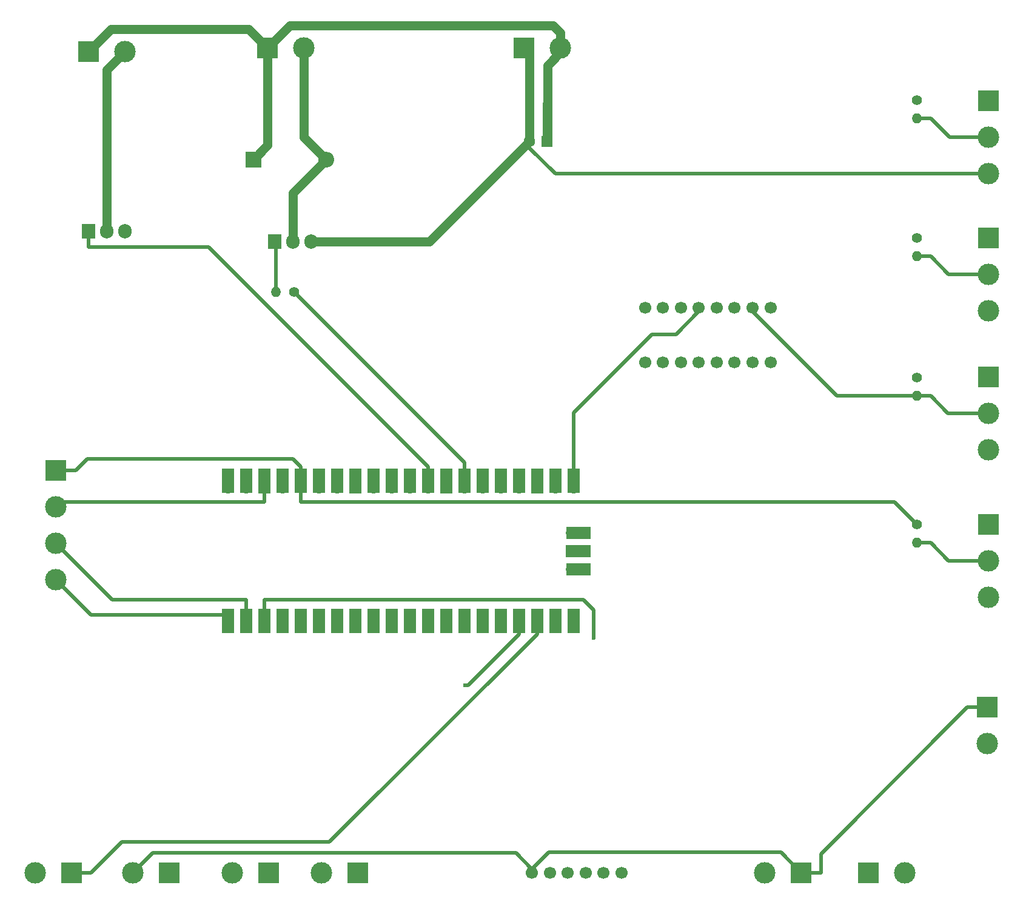
<source format=gbr>
%TF.GenerationSoftware,KiCad,Pcbnew,8.0.1*%
%TF.CreationDate,2024-04-17T15:42:03-07:00*%
%TF.ProjectId,LuliHydroponics,4c756c69-4879-4647-926f-706f6e696373,rev?*%
%TF.SameCoordinates,Original*%
%TF.FileFunction,Copper,L1,Top*%
%TF.FilePolarity,Positive*%
%FSLAX46Y46*%
G04 Gerber Fmt 4.6, Leading zero omitted, Abs format (unit mm)*
G04 Created by KiCad (PCBNEW 8.0.1) date 2024-04-17 15:42:03*
%MOMM*%
%LPD*%
G01*
G04 APERTURE LIST*
%TA.AperFunction,ComponentPad*%
%ADD10C,3.000000*%
%TD*%
%TA.AperFunction,ComponentPad*%
%ADD11R,3.000000X3.000000*%
%TD*%
%TA.AperFunction,ComponentPad*%
%ADD12C,1.700000*%
%TD*%
%TA.AperFunction,ComponentPad*%
%ADD13C,1.400000*%
%TD*%
%TA.AperFunction,ComponentPad*%
%ADD14O,1.400000X1.400000*%
%TD*%
%TA.AperFunction,ComponentPad*%
%ADD15R,1.905000X2.000000*%
%TD*%
%TA.AperFunction,ComponentPad*%
%ADD16O,1.905000X2.000000*%
%TD*%
%TA.AperFunction,SMDPad,CuDef*%
%ADD17R,3.500000X1.700000*%
%TD*%
%TA.AperFunction,ComponentPad*%
%ADD18O,1.700000X1.700000*%
%TD*%
%TA.AperFunction,ComponentPad*%
%ADD19R,1.700000X1.700000*%
%TD*%
%TA.AperFunction,SMDPad,CuDef*%
%ADD20R,1.700000X3.500000*%
%TD*%
%TA.AperFunction,ComponentPad*%
%ADD21O,2.200000X2.200000*%
%TD*%
%TA.AperFunction,ComponentPad*%
%ADD22R,2.200000X2.200000*%
%TD*%
%TA.AperFunction,ComponentPad*%
%ADD23C,1.600000*%
%TD*%
%TA.AperFunction,ComponentPad*%
%ADD24R,1.600000X1.600000*%
%TD*%
%TA.AperFunction,ViaPad*%
%ADD25C,0.600000*%
%TD*%
%TA.AperFunction,Conductor*%
%ADD26C,0.508000*%
%TD*%
%TA.AperFunction,Conductor*%
%ADD27C,1.270000*%
%TD*%
G04 APERTURE END LIST*
D10*
%TO.P,J10,4,Pin_4*%
%TO.N,Net-(J10-Pin_4)*%
X38000000Y-104160000D03*
%TO.P,J10,3,Pin_3*%
%TO.N,Net-(J10-Pin_3)*%
X38000000Y-99080000D03*
%TO.P,J10,2,Pin_2*%
%TO.N,GND*%
X38000000Y-94000000D03*
D11*
%TO.P,J10,1,Pin_1*%
%TO.N,/3V3*%
X38000000Y-88920000D03*
%TD*%
D10*
%TO.P,J9,2,Pin_2*%
%TO.N,GND*%
X168000000Y-127000000D03*
D11*
%TO.P,J9,1,Pin_1*%
%TO.N,/5V*%
X168000000Y-121920000D03*
%TD*%
D12*
%TO.P,U9,6,Vin*%
%TO.N,/5V*%
X104460000Y-145000000D03*
%TO.P,U9,5,GND*%
%TO.N,Net-(U1-AGND)*%
X106960000Y-145000000D03*
%TO.P,U9,4,GND*%
%TO.N,Net-(U1-GND-Pad3)*%
X109460000Y-145000000D03*
%TO.P,U9,3,Po*%
%TO.N,Net-(U1-GPIO26_ADC0)*%
X111960000Y-145000000D03*
%TO.P,U9,2,Do*%
%TO.N,unconnected-(U9-Do-Pad2)*%
X114460000Y-145000000D03*
%TO.P,U9,1,To*%
%TO.N,unconnected-(U9-To-Pad1)*%
X116960000Y-145000000D03*
%TD*%
D10*
%TO.P,J8,2,Pin_2*%
%TO.N,GND*%
X156540000Y-145000000D03*
D11*
%TO.P,J8,1,Pin_1*%
%TO.N,Net-(J8-Pin_1)*%
X151460000Y-145000000D03*
%TD*%
D10*
%TO.P,U4,3,GND*%
%TO.N,GND*%
X168160000Y-66580000D03*
%TO.P,U4,2,DATA*%
%TO.N,Net-(U2-I1)*%
X168160000Y-61500000D03*
D11*
%TO.P,U4,1,VDD*%
%TO.N,/3V3*%
X168160000Y-56420000D03*
%TD*%
D10*
%TO.P,J3,2,Pin_2*%
%TO.N,Net-(J3-Pin_2)*%
X75080000Y-145000000D03*
D11*
%TO.P,J3,1,Pin_1*%
%TO.N,Net-(J3-Pin_1)*%
X80160000Y-145000000D03*
%TD*%
D13*
%TO.P,R1,1*%
%TO.N,Net-(U1-GPIO21)*%
X71220000Y-64000000D03*
D14*
%TO.P,R1,2*%
%TO.N,Net-(Q1-G)*%
X68680000Y-64000000D03*
%TD*%
D11*
%TO.P,J5,1,Pin_1*%
%TO.N,Net-(J5-Pin_1)*%
X53825000Y-145000000D03*
D10*
%TO.P,J5,2,Pin_2*%
%TO.N,/5V*%
X48745000Y-145000000D03*
%TD*%
%TO.P,J1,2,Pin_2*%
%TO.N,Net-(D13-K)*%
X47620000Y-30500000D03*
D11*
%TO.P,J1,1,Pin_1*%
%TO.N,VCC*%
X42540000Y-30500000D03*
%TD*%
D15*
%TO.P,Q1,1,G*%
%TO.N,Net-(Q1-G)*%
X68500000Y-57000000D03*
D16*
%TO.P,Q1,2,D*%
%TO.N,Net-(D1-A)*%
X71040000Y-57000000D03*
%TO.P,Q1,3,S*%
%TO.N,GND*%
X73580000Y-57000000D03*
%TD*%
D10*
%TO.P,U6,3,GND*%
%TO.N,GND*%
X168160000Y-106580000D03*
%TO.P,U6,2,DATA*%
%TO.N,Net-(U2-I3)*%
X168160000Y-101500000D03*
D11*
%TO.P,U6,1,VDD*%
%TO.N,/3V3*%
X168160000Y-96420000D03*
%TD*%
D10*
%TO.P,J4,2,Pin_2*%
%TO.N,Net-(J4-Pin_2)*%
X62580000Y-145000000D03*
D11*
%TO.P,J4,1,Pin_1*%
%TO.N,Net-(J4-Pin_1)*%
X67660000Y-145000000D03*
%TD*%
D10*
%TO.P,U3,3,GND*%
%TO.N,GND*%
X168160000Y-47500000D03*
%TO.P,U3,2,DATA*%
%TO.N,Net-(U2-I0)*%
X168160000Y-42420000D03*
D11*
%TO.P,U3,1,VDD*%
%TO.N,/3V3*%
X168160000Y-37340000D03*
%TD*%
D10*
%TO.P,J2,2,Pin_2*%
%TO.N,VCC*%
X108410000Y-30000000D03*
D11*
%TO.P,J2,1,Pin_1*%
%TO.N,GND*%
X103330000Y-30000000D03*
%TD*%
D17*
%TO.P,U1,43,SWDIO*%
%TO.N,unconnected-(U1-SWDIO-Pad43)*%
X110910000Y-97570000D03*
D18*
X110010000Y-97570000D03*
D17*
%TO.P,U1,42,GND*%
%TO.N,unconnected-(U1-GND-Pad42)*%
X110910000Y-100110000D03*
D19*
X110010000Y-100110000D03*
D17*
%TO.P,U1,41,SWCLK*%
%TO.N,unconnected-(U1-SWCLK-Pad41)*%
X110910000Y-102650000D03*
D18*
X110010000Y-102650000D03*
D20*
%TO.P,U1,40,VBUS*%
%TO.N,unconnected-(U1-VBUS-Pad40)*%
X61980000Y-90320000D03*
D18*
X61980000Y-91220000D03*
D20*
%TO.P,U1,39,VSYS*%
%TO.N,/5V*%
X64520000Y-90320000D03*
D18*
X64520000Y-91220000D03*
D20*
%TO.P,U1,38,GND*%
%TO.N,GND*%
X67060000Y-90320000D03*
D19*
X67060000Y-91220000D03*
D20*
%TO.P,U1,37,3V3_EN*%
%TO.N,unconnected-(U1-3V3_EN-Pad37)*%
X69600000Y-90320000D03*
D18*
X69600000Y-91220000D03*
D20*
%TO.P,U1,36,3V3*%
%TO.N,/3V3*%
X72140000Y-90320000D03*
D18*
X72140000Y-91220000D03*
D20*
%TO.P,U1,35,ADC_VREF*%
%TO.N,unconnected-(U1-ADC_VREF-Pad35)*%
X74680000Y-90320000D03*
D18*
X74680000Y-91220000D03*
D20*
%TO.P,U1,34,GPIO28_ADC2*%
%TO.N,unconnected-(U1-GPIO28_ADC2-Pad34)*%
X77220000Y-90320000D03*
D18*
X77220000Y-91220000D03*
D20*
%TO.P,U1,33,AGND*%
%TO.N,Net-(U1-AGND)*%
X79760000Y-90320000D03*
D19*
X79760000Y-91220000D03*
D20*
%TO.P,U1,32,GPIO27_ADC1*%
%TO.N,unconnected-(U1-GPIO27_ADC1-Pad32)*%
X82300000Y-90320000D03*
D18*
X82300000Y-91220000D03*
D20*
%TO.P,U1,31,GPIO26_ADC0*%
%TO.N,Net-(U1-GPIO26_ADC0)*%
X84840000Y-90320000D03*
D18*
X84840000Y-91220000D03*
D20*
%TO.P,U1,30,RUN*%
%TO.N,unconnected-(U1-RUN-Pad30)*%
X87380000Y-90320000D03*
D18*
X87380000Y-91220000D03*
D20*
%TO.P,U1,29,GPIO22*%
%TO.N,Net-(Q2-G)*%
X89920000Y-90320000D03*
D18*
X89920000Y-91220000D03*
D20*
%TO.P,U1,28,GND*%
%TO.N,Net-(U2-GND)*%
X92460000Y-90320000D03*
D19*
X92460000Y-91220000D03*
D20*
%TO.P,U1,27,GPIO21*%
%TO.N,Net-(U1-GPIO21)*%
X95000000Y-90320000D03*
D18*
X95000000Y-91220000D03*
D20*
%TO.P,U1,26,GPIO20*%
%TO.N,Net-(U1-GPIO20)*%
X97540000Y-90320000D03*
D18*
X97540000Y-91220000D03*
D20*
%TO.P,U1,25,GPIO19*%
%TO.N,Net-(U1-GPIO19)*%
X100080000Y-90320000D03*
D18*
X100080000Y-91220000D03*
D20*
%TO.P,U1,24,GPIO18*%
%TO.N,Net-(U1-GPIO18)*%
X102620000Y-90320000D03*
D18*
X102620000Y-91220000D03*
D20*
%TO.P,U1,23,GND*%
%TO.N,unconnected-(U1-GND-Pad23)*%
X105160000Y-90320000D03*
D19*
X105160000Y-91220000D03*
D20*
%TO.P,U1,22,GPIO17*%
%TO.N,Net-(J7-Pin_2)*%
X107700000Y-90320000D03*
D18*
X107700000Y-91220000D03*
D20*
%TO.P,U1,21,GPIO16*%
%TO.N,Net-(U1-GPIO16)*%
X110240000Y-90320000D03*
D18*
X110240000Y-91220000D03*
D20*
%TO.P,U1,20,GPIO15*%
%TO.N,Net-(J3-Pin_2)*%
X110240000Y-109900000D03*
D18*
X110240000Y-109000000D03*
D20*
%TO.P,U1,19,GPIO14*%
%TO.N,Net-(J4-Pin_1)*%
X107700000Y-109900000D03*
D18*
X107700000Y-109000000D03*
D20*
%TO.P,U1,18,GND*%
%TO.N,Net-(J6-Pin_1)*%
X105160000Y-109900000D03*
D19*
X105160000Y-109000000D03*
D20*
%TO.P,U1,17,GPIO13*%
%TO.N,Net-(J3-Pin_1)*%
X102620000Y-109900000D03*
D18*
X102620000Y-109000000D03*
D20*
%TO.P,U1,16,GPIO12*%
%TO.N,unconnected-(U1-GPIO12-Pad16)*%
X100080000Y-109900000D03*
D18*
X100080000Y-109000000D03*
D20*
%TO.P,U1,15,GPIO11*%
%TO.N,Net-(J4-Pin_2)*%
X97540000Y-109900000D03*
D18*
X97540000Y-109000000D03*
D20*
%TO.P,U1,14,GPIO10*%
%TO.N,Net-(J5-Pin_1)*%
X95000000Y-109900000D03*
D18*
X95000000Y-109000000D03*
D20*
%TO.P,U1,13,GND*%
%TO.N,unconnected-(U1-GND-Pad13)*%
X92460000Y-109900000D03*
D19*
X92460000Y-109000000D03*
D20*
%TO.P,U1,12,GPIO9*%
%TO.N,unconnected-(U1-GPIO9-Pad12)*%
X89920000Y-109900000D03*
D18*
X89920000Y-109000000D03*
D20*
%TO.P,U1,11,GPIO8*%
%TO.N,unconnected-(U1-GPIO8-Pad11)*%
X87380000Y-109900000D03*
D18*
X87380000Y-109000000D03*
D20*
%TO.P,U1,10,GPIO7*%
%TO.N,unconnected-(U1-GPIO7-Pad10)*%
X84840000Y-109900000D03*
D18*
X84840000Y-109000000D03*
D20*
%TO.P,U1,9,GPIO6*%
%TO.N,unconnected-(U1-GPIO6-Pad9)*%
X82300000Y-109900000D03*
D18*
X82300000Y-109000000D03*
D20*
%TO.P,U1,8,GND*%
%TO.N,unconnected-(U1-GND-Pad8)*%
X79760000Y-109900000D03*
D19*
X79760000Y-109000000D03*
D20*
%TO.P,U1,7,GPIO5*%
%TO.N,unconnected-(U1-GPIO5-Pad7)*%
X77220000Y-109900000D03*
D18*
X77220000Y-109000000D03*
D20*
%TO.P,U1,6,GPIO4*%
%TO.N,unconnected-(U1-GPIO4-Pad6)*%
X74680000Y-109900000D03*
D18*
X74680000Y-109000000D03*
D20*
%TO.P,U1,5,GPIO3*%
%TO.N,unconnected-(U1-GPIO3-Pad5)*%
X72140000Y-109900000D03*
D18*
X72140000Y-109000000D03*
D20*
%TO.P,U1,4,GPIO2*%
%TO.N,unconnected-(U1-GPIO2-Pad4)*%
X69600000Y-109900000D03*
D18*
X69600000Y-109000000D03*
D20*
%TO.P,U1,3,GND*%
%TO.N,Net-(U1-GND-Pad3)*%
X67060000Y-109900000D03*
D19*
X67060000Y-109000000D03*
D20*
%TO.P,U1,2,GPIO1*%
%TO.N,Net-(J10-Pin_3)*%
X64520000Y-109900000D03*
D18*
X64520000Y-109000000D03*
D20*
%TO.P,U1,1,GPIO0*%
%TO.N,Net-(J10-Pin_4)*%
X61980000Y-109900000D03*
D18*
X61980000Y-109000000D03*
%TD*%
D14*
%TO.P,R3,2*%
%TO.N,Net-(U2-I1)*%
X158160000Y-59000000D03*
D13*
%TO.P,R3,1*%
%TO.N,/3V3*%
X158160000Y-56460000D03*
%TD*%
D10*
%TO.P,J7,2,Pin_2*%
%TO.N,Net-(J7-Pin_2)*%
X136960000Y-145000000D03*
D11*
%TO.P,J7,1,Pin_1*%
%TO.N,/5V*%
X142040000Y-145000000D03*
%TD*%
D14*
%TO.P,R4,2*%
%TO.N,Net-(U2-I2)*%
X158160000Y-78500000D03*
D13*
%TO.P,R4,1*%
%TO.N,/3V3*%
X158160000Y-75960000D03*
%TD*%
%TO.P,R5,1*%
%TO.N,/3V3*%
X158160000Y-96460000D03*
D14*
%TO.P,R5,2*%
%TO.N,Net-(U2-I3)*%
X158160000Y-99000000D03*
%TD*%
D12*
%TO.P,U2,16,VCC*%
%TO.N,/5V*%
X137750000Y-73810000D03*
%TO.P,U2,15,I4*%
%TO.N,Net-(J8-Pin_1)*%
X135250000Y-73810000D03*
%TO.P,U2,14,I5*%
%TO.N,unconnected-(U2-I5-Pad14)*%
X132750000Y-73810000D03*
%TO.P,U2,13,I6*%
%TO.N,unconnected-(U2-I6-Pad13)*%
X130250000Y-73810000D03*
%TO.P,U2,12,I7*%
%TO.N,unconnected-(U2-I7-Pad12)*%
X127750000Y-73810000D03*
%TO.P,U2,11,S0*%
%TO.N,Net-(U1-GPIO18)*%
X125250000Y-73810000D03*
%TO.P,U2,10,S1*%
%TO.N,Net-(U1-GPIO19)*%
X122750000Y-73810000D03*
%TO.P,U2,9,S2*%
%TO.N,Net-(U1-GPIO20)*%
X120250000Y-73810000D03*
%TO.P,U2,8,GND*%
%TO.N,Net-(U2-GND)*%
X120250000Y-66190000D03*
%TO.P,U2,7,~{E}*%
%TO.N,unconnected-(U2-~{E}-Pad7)*%
X122750000Y-66190000D03*
%TO.P,U2,6,~{Z}*%
%TO.N,unconnected-(U2-~{Z}-Pad6)*%
X125250000Y-66190000D03*
%TO.P,U2,5,Z*%
%TO.N,Net-(U1-GPIO16)*%
X127750000Y-66190000D03*
%TO.P,U2,4,I0*%
%TO.N,Net-(U2-I0)*%
X130250000Y-66190000D03*
%TO.P,U2,3,I1*%
%TO.N,Net-(U2-I1)*%
X132750000Y-66190000D03*
%TO.P,U2,2,I2*%
%TO.N,Net-(U2-I2)*%
X135250000Y-66190000D03*
%TO.P,U2,1,I3*%
%TO.N,Net-(U2-I3)*%
X137750000Y-66190000D03*
%TD*%
D11*
%TO.P,J6,1,Pin_1*%
%TO.N,Net-(J6-Pin_1)*%
X40160000Y-145000000D03*
D10*
%TO.P,J6,2,Pin_2*%
%TO.N,unconnected-(J6-Pin_2-Pad2)*%
X35080000Y-145000000D03*
%TD*%
%TO.P,M1,2,-*%
%TO.N,Net-(D1-A)*%
X72620000Y-30000000D03*
D11*
%TO.P,M1,1,+*%
%TO.N,VCC*%
X67540000Y-30000000D03*
%TD*%
D16*
%TO.P,Q2,3,S*%
%TO.N,GND*%
X47660000Y-55500000D03*
%TO.P,Q2,2,D*%
%TO.N,Net-(D13-K)*%
X45120000Y-55500000D03*
D15*
%TO.P,Q2,1,G*%
%TO.N,Net-(Q2-G)*%
X42580000Y-55500000D03*
%TD*%
D21*
%TO.P,D1,2,A*%
%TO.N,Net-(D1-A)*%
X75740000Y-45500000D03*
D22*
%TO.P,D1,1,K*%
%TO.N,VCC*%
X65580000Y-45500000D03*
%TD*%
D14*
%TO.P,R2,2*%
%TO.N,Net-(U2-I0)*%
X158160000Y-39780000D03*
D13*
%TO.P,R2,1*%
%TO.N,/3V3*%
X158160000Y-37240000D03*
%TD*%
D23*
%TO.P,C1,2*%
%TO.N,GND*%
X104080000Y-43000000D03*
D24*
%TO.P,C1,1*%
%TO.N,VCC*%
X106580000Y-43000000D03*
%TD*%
D10*
%TO.P,U5,3,GND*%
%TO.N,GND*%
X168160000Y-86000000D03*
%TO.P,U5,2,DATA*%
%TO.N,Net-(U2-I2)*%
X168160000Y-80920000D03*
D11*
%TO.P,U5,1,VDD*%
%TO.N,/3V3*%
X168160000Y-75840000D03*
%TD*%
D25*
%TO.N,Net-(U1-GND-Pad3)*%
X113079900Y-112222100D03*
%TO.N,Net-(J3-Pin_1)*%
X95117900Y-118832300D03*
%TD*%
D26*
%TO.N,Net-(J10-Pin_3)*%
X45814300Y-106894300D02*
X38000000Y-99080000D01*
X64520000Y-106894300D02*
X45814300Y-106894300D01*
X64520000Y-109000000D02*
X64520000Y-106894300D01*
%TO.N,/3V3*%
X42361400Y-87314300D02*
X40755700Y-88920000D01*
X71040400Y-87314300D02*
X42361400Y-87314300D01*
X72140000Y-88413900D02*
X71040400Y-87314300D01*
X72140000Y-91220000D02*
X72140000Y-88413900D01*
X38000000Y-88920000D02*
X40755700Y-88920000D01*
X155025700Y-93325700D02*
X72140000Y-93325700D01*
X158160000Y-96460000D02*
X155025700Y-93325700D01*
X72140000Y-91220000D02*
X72140000Y-93325700D01*
%TO.N,/5V*%
X104460000Y-145000000D02*
X104460000Y-144487700D01*
X139218200Y-142178200D02*
X142040000Y-145000000D01*
X106769500Y-142178200D02*
X139218200Y-142178200D01*
X104460000Y-144487700D02*
X106769500Y-142178200D01*
X51500700Y-142244300D02*
X48745000Y-145000000D01*
X102216600Y-142244300D02*
X51500700Y-142244300D01*
X104460000Y-144487700D02*
X102216600Y-142244300D01*
X144795700Y-142368600D02*
X144795700Y-145000000D01*
X165244300Y-121920000D02*
X144795700Y-142368600D01*
X168000000Y-121920000D02*
X165244300Y-121920000D01*
X142040000Y-145000000D02*
X144795700Y-145000000D01*
%TO.N,Net-(J10-Pin_4)*%
X42840000Y-109000000D02*
X38000000Y-104160000D01*
X61980000Y-109000000D02*
X42840000Y-109000000D01*
%TO.N,Net-(U1-GND-Pad3)*%
X113079900Y-108355100D02*
X113079900Y-112222100D01*
X111619100Y-106894300D02*
X113079900Y-108355100D01*
X67060000Y-106894300D02*
X111619100Y-106894300D01*
X67060000Y-109000000D02*
X67060000Y-106894300D01*
%TO.N,Net-(U1-GPIO16)*%
X110240000Y-80825500D02*
X110240000Y-91220000D01*
X121181400Y-69884100D02*
X110240000Y-80825500D01*
X124581900Y-69884100D02*
X121181400Y-69884100D01*
X127750000Y-66716000D02*
X124581900Y-69884100D01*
X127750000Y-66190000D02*
X127750000Y-66716000D01*
%TO.N,Net-(U2-I3)*%
X162615700Y-101500000D02*
X168160000Y-101500000D01*
X160115700Y-99000000D02*
X162615700Y-101500000D01*
X158160000Y-99000000D02*
X160115700Y-99000000D01*
%TO.N,Net-(U2-I2)*%
X162535700Y-80920000D02*
X168160000Y-80920000D01*
X160115700Y-78500000D02*
X162535700Y-80920000D01*
X158160000Y-78500000D02*
X160115700Y-78500000D01*
X147034000Y-78500000D02*
X158160000Y-78500000D01*
X135250000Y-66716000D02*
X147034000Y-78500000D01*
X135250000Y-66190000D02*
X135250000Y-66716000D01*
%TO.N,Net-(U2-I1)*%
X162615700Y-61500000D02*
X168160000Y-61500000D01*
X160115700Y-59000000D02*
X162615700Y-61500000D01*
X158160000Y-59000000D02*
X160115700Y-59000000D01*
%TO.N,Net-(U2-I0)*%
X162755700Y-42420000D02*
X168160000Y-42420000D01*
X160115700Y-39780000D02*
X162755700Y-42420000D01*
X158160000Y-39780000D02*
X160115700Y-39780000D01*
%TO.N,Net-(U1-GPIO21)*%
X95000000Y-87780000D02*
X71220000Y-64000000D01*
X95000000Y-91220000D02*
X95000000Y-87780000D01*
%TO.N,Net-(Q2-G)*%
X89920000Y-88410900D02*
X89920000Y-91220000D01*
X59264800Y-57755700D02*
X89920000Y-88410900D01*
X42580000Y-57755700D02*
X59264800Y-57755700D01*
X42580000Y-55500000D02*
X42580000Y-57755700D01*
%TO.N,Net-(J6-Pin_1)*%
X40160000Y-145000000D02*
X42915700Y-145000000D01*
X47181100Y-140734600D02*
X42915700Y-145000000D01*
X76161900Y-140734600D02*
X47181100Y-140734600D01*
X105160000Y-111736500D02*
X76161900Y-140734600D01*
X105160000Y-109000000D02*
X105160000Y-111736500D01*
%TO.N,Net-(J3-Pin_1)*%
X95523500Y-118832300D02*
X95117900Y-118832300D01*
X102620000Y-111735800D02*
X95523500Y-118832300D01*
X102620000Y-109000000D02*
X102620000Y-111735800D01*
%TO.N,GND*%
X38674300Y-93325700D02*
X38000000Y-94000000D01*
X67060000Y-93325700D02*
X38674300Y-93325700D01*
X67060000Y-91220000D02*
X67060000Y-93325700D01*
X104080000Y-43886800D02*
X104080000Y-43000000D01*
X107693200Y-47500000D02*
X104080000Y-43886800D01*
X168160000Y-47500000D02*
X107693200Y-47500000D01*
D27*
%TO.N,VCC*%
X106580000Y-37727500D02*
X106580000Y-43000000D01*
X106615000Y-37692500D02*
X106580000Y-37727500D01*
D26*
%TO.N,Net-(Q1-G)*%
X68680000Y-64000000D02*
X68680000Y-57180000D01*
X68680000Y-57180000D02*
X68500000Y-57000000D01*
D27*
%TO.N,Net-(D1-A)*%
X71040000Y-57000000D02*
X71040000Y-50200000D01*
X71040000Y-50200000D02*
X75740000Y-45500000D01*
%TO.N,GND*%
X73580000Y-57000000D02*
X90080000Y-57000000D01*
X90080000Y-57000000D02*
X104080000Y-43000000D01*
%TO.N,VCC*%
X108410000Y-30000000D02*
X108410000Y-30590000D01*
X108410000Y-30590000D02*
X106615000Y-32385000D01*
X106615000Y-32385000D02*
X106615000Y-43000000D01*
%TO.N,GND*%
X104080000Y-43000000D02*
X104080000Y-30750000D01*
D26*
X104080000Y-30750000D02*
X103330000Y-30000000D01*
D27*
%TO.N,Net-(D1-A)*%
X72620000Y-30000000D02*
X72620000Y-42380000D01*
X72620000Y-42380000D02*
X75740000Y-45500000D01*
%TO.N,VCC*%
X67540000Y-30000000D02*
X67540000Y-43540000D01*
X67540000Y-43540000D02*
X65580000Y-45500000D01*
%TO.N,Net-(D13-K)*%
X47620000Y-30500000D02*
X45120000Y-33000000D01*
X45120000Y-33000000D02*
X45120000Y-55500000D01*
%TO.N,VCC*%
X67540000Y-30000000D02*
X70675000Y-26865000D01*
X70675000Y-26865000D02*
X107396320Y-26865000D01*
X108410000Y-27878680D02*
X108410000Y-30000000D01*
X107396320Y-26865000D02*
X108410000Y-27878680D01*
X42540000Y-30500000D02*
X45675000Y-27365000D01*
X45675000Y-27365000D02*
X64905000Y-27365000D01*
X64905000Y-27365000D02*
X67540000Y-30000000D01*
%TD*%
M02*

</source>
